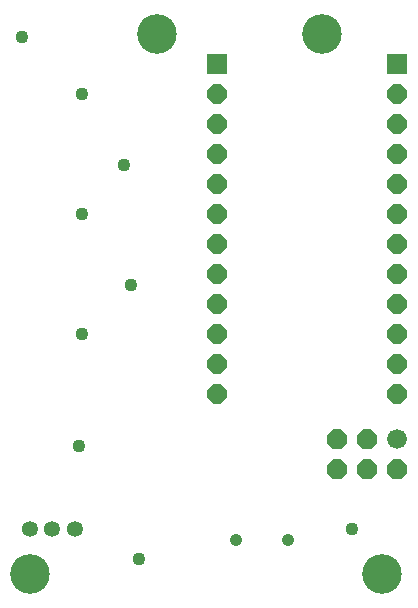
<source format=gbs>
G75*
%MOIN*%
%OFA0B0*%
%FSLAX25Y25*%
%IPPOS*%
%LPD*%
%AMOC8*
5,1,8,0,0,1.08239X$1,22.5*
%
%ADD10C,0.13198*%
%ADD11R,0.06506X0.06506*%
%ADD12OC8,0.06506*%
%ADD13C,0.06600*%
%ADD14OC8,0.06600*%
%ADD15C,0.05324*%
%ADD16C,0.04143*%
%ADD17C,0.04362*%
D10*
X0016800Y0014300D03*
X0134300Y0014300D03*
X0114300Y0194300D03*
X0059300Y0194300D03*
D11*
X0079300Y0184300D03*
X0139300Y0184300D03*
D12*
X0139300Y0174300D03*
X0139300Y0164300D03*
X0139300Y0154300D03*
X0139300Y0144300D03*
X0139300Y0134300D03*
X0139300Y0124300D03*
X0139300Y0114300D03*
X0139300Y0104300D03*
X0139300Y0094300D03*
X0139300Y0084300D03*
X0139300Y0074300D03*
X0079300Y0074300D03*
X0079300Y0084300D03*
X0079300Y0094300D03*
X0079300Y0104300D03*
X0079300Y0114300D03*
X0079300Y0124300D03*
X0079300Y0134300D03*
X0079300Y0144300D03*
X0079300Y0154300D03*
X0079300Y0164300D03*
X0079300Y0174300D03*
D13*
X0139300Y0059300D03*
D14*
X0139300Y0049300D03*
X0129300Y0049300D03*
X0129300Y0059300D03*
X0119300Y0059300D03*
X0119300Y0049300D03*
D15*
X0031800Y0029300D03*
X0024300Y0029300D03*
X0016800Y0029300D03*
D16*
X0085639Y0025550D03*
X0102961Y0025550D03*
D17*
X0124300Y0029300D03*
X0053050Y0019300D03*
X0033050Y0056800D03*
X0034300Y0094300D03*
X0050550Y0110550D03*
X0034300Y0134300D03*
X0048050Y0150550D03*
X0034300Y0174300D03*
X0014300Y0193050D03*
M02*

</source>
